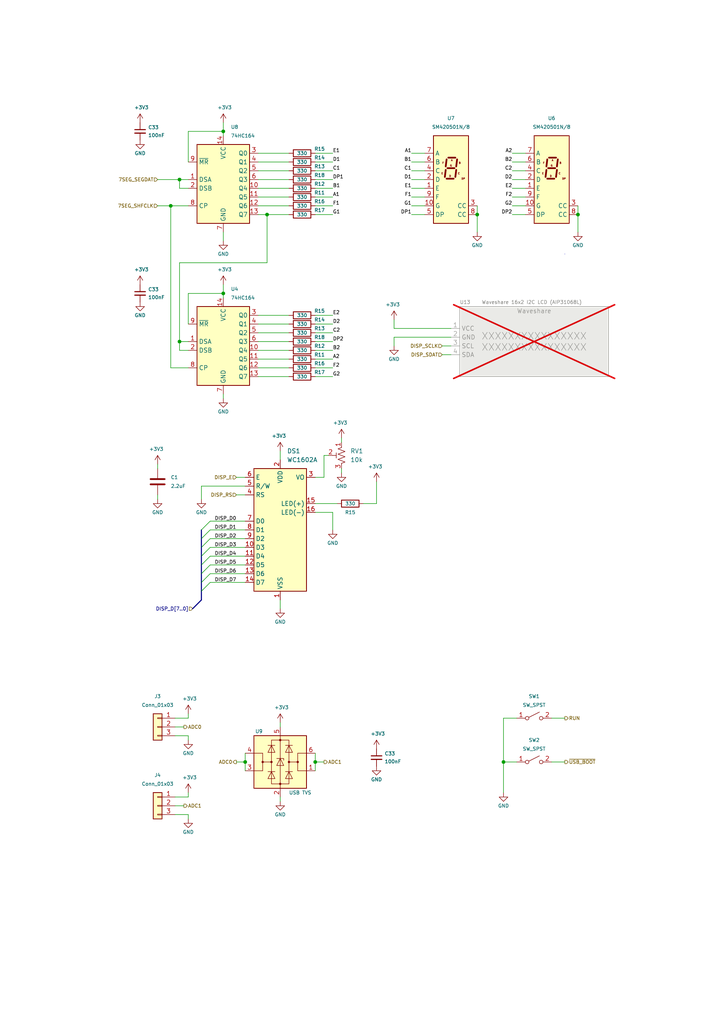
<source format=kicad_sch>
(kicad_sch (version 20230121) (generator eeschema)
  (paper "A4" portrait)
  (title_block (title "Dedicated HW for picoX7") (date "2025-02-04") (rev "0.1.0a") (company "https://github.com/GeorgeRudolf/picoX7"))
  (lib_symbols
    (symbol "74xx:74HCT164"
      (property "Reference" "U" (at 1.905 -13.97 0))
      (property "Value" "74HCT164" (at 1.905 -16.51 0))
      (symbol "74HCT164_0_1"
        (rectangle (start 7.62 10.16) (end -7.62 -12.7) (stroke (width 0.254)) (fill (type background)))
      )
      (symbol "74HCT164_1_1"
        (pin input line (at -10.16 0 0) (length 2.54) (name "DSA") (number "1"))
        (pin output line (at 10.16 -2.54 180) (length 2.54) (name "Q4") (number "10"))
        (pin output line (at 10.16 -5.08 180) (length 2.54) (name "Q5") (number "11"))
        (pin output line (at 10.16 -7.62 180) (length 2.54) (name "Q6") (number "12"))
        (pin output line (at 10.16 -10.16 180) (length 2.54) (name "Q7") (number "13"))
        (pin power_in line (at 0 12.7 270) (length 2.54) (name "VCC") (number "14"))
        (pin input line (at -10.16 -2.54 0) (length 2.54) (name "DSB") (number "2"))
        (pin output line (at 10.16 7.62 180) (length 2.54) (name "Q0") (number "3"))
        (pin output line (at 10.16 5.08 180) (length 2.54) (name "Q1") (number "4"))
        (pin output line (at 10.16 2.54 180) (length 2.54) (name "Q2") (number "5"))
        (pin output line (at 10.16 0 180) (length 2.54) (name "Q3") (number "6"))
        (pin power_in line (at 0 -15.24 90) (length 2.54) (name "GND") (number "7"))
        (pin input line (at -10.16 -7.62 0) (length 2.54) (name "CP") (number "8"))
        (pin input line (at -10.16 5.08 0) (length 2.54) (name "~{MR}") (number "9"))
      )
    )
    (symbol "Connector_Generic:Conn_01x03" (pin_names (offset 1.016) hide)
      (property "Reference" "J" (at 0 5.08 0))
      (property "Value" "Conn_01x03" (at 0 -5.08 0))
      (symbol "Conn_01x03_1_1"
        (rectangle (start -1.27 -2.413) (end 0 -2.667) (stroke (width 0.1524)))
        (rectangle (start -1.27 0.127) (end 0 -0.127) (stroke (width 0.1524)))
        (rectangle (start -1.27 2.667) (end 0 2.413) (stroke (width 0.1524)))
        (rectangle (start -1.27 3.81) (end 1.27 -3.81) (stroke (width 0.254)) (fill (type background)))
        (pin passive line (at -5.08 2.54 0) (length 3.81) (name "Pin_1") (number "1"))
        (pin passive line (at -5.08 0 0) (length 3.81) (name "Pin_2") (number "2"))
        (pin passive line (at -5.08 -2.54 0) (length 3.81) (name "Pin_3") (number "3"))
      )
    )
    (symbol "Device:C" (pin_numbers hide) (pin_names (offset 0.254))
      (property "Reference" "C" (at 0.635 2.54 0))
      (property "Value" "C" (at 0.635 -2.54 0))
      (symbol "C_0_1"
        (polyline (pts (xy -2.032 -0.762) (xy 2.032 -0.762)) (stroke (width 0.508)))
        (polyline (pts (xy -2.032 0.762) (xy 2.032 0.762)) (stroke (width 0.508)))
      )
      (symbol "C_1_1"
        (pin passive line (at 0 3.81 270) (length 2.794) (name "~") (number "1"))
        (pin passive line (at 0 -3.81 90) (length 2.794) (name "~") (number "2"))
      )
    )
    (symbol "Device:C_Small" (pin_numbers hide) (pin_names (offset 0.254) hide)
      (property "Reference" "C" (at 0.254 1.778 0))
      (property "Value" "C_Small" (at 0.254 -2.032 0))
      (symbol "C_Small_0_1"
        (polyline (pts (xy -1.524 -0.508) (xy 1.524 -0.508)) (stroke (width 0.3302)))
        (polyline (pts (xy -1.524 0.508) (xy 1.524 0.508)) (stroke (width 0.3048)))
      )
      (symbol "C_Small_1_1"
        (pin passive line (at 0 2.54 270) (length 2.032) (name "~") (number "1"))
        (pin passive line (at 0 -2.54 90) (length 2.032) (name "~") (number "2"))
      )
    )
    (symbol "Device:R" (pin_numbers hide) (pin_names (offset 0))
      (property "Reference" "R" (at 2.032 0 90))
      (property "Value" "R" (at 0 0 90))
      (symbol "R_0_1"
        (rectangle (start -1.016 -2.54) (end 1.016 2.54) (stroke (width 0.254)))
      )
      (symbol "R_1_1"
        (pin passive line (at 0 3.81 270) (length 1.27) (name "~") (number "1"))
        (pin passive line (at 0 -3.81 90) (length 1.27) (name "~") (number "2"))
      )
    )
    (symbol "Device:R_Potentiometer_Trim_US" (pin_names (offset 1.016) hide)
      (property "Reference" "RV" (at -4.445 0 90))
      (property "Value" "R_Potentiometer_Trim_US" (at -2.54 0 90))
      (symbol "R_Potentiometer_Trim_US_0_1"
        (polyline (pts (xy 0 -2.286) (xy 0 -2.54)))
        (polyline (pts (xy 0 2.286) (xy 0 2.54)))
        (polyline (pts (xy 1.524 0.762) (xy 1.524 -0.762)))
        (polyline (pts (xy 2.54 0) (xy 1.524 0)))
        (polyline (pts (xy 0 -0.762) (xy 1.016 -1.143) (xy 0 -1.524) (xy -1.016 -1.905) (xy 0 -2.286)))
        (polyline (pts (xy 0 0.762) (xy 1.016 0.381) (xy 0 0) (xy -1.016 -0.381) (xy 0 -0.762)))
        (polyline (pts (xy 0 2.286) (xy 1.016 1.905) (xy 0 1.524) (xy -1.016 1.143) (xy 0 0.762)))
      )
      (symbol "R_Potentiometer_Trim_US_1_1"
        (pin passive line (at 0 3.81 270) (length 1.27) (name "1") (number "1"))
        (pin passive line (at 3.81 0 180) (length 1.27) (name "2") (number "2"))
        (pin passive line (at 0 -3.81 90) (length 1.27) (name "3") (number "3"))
      )
    )
    (symbol "Display_Character:SM420561N"
      (property "Reference" "U" (at -2.54 13.97 0))
      (property "Value" "SM420561N" (at 1.27 13.97 0))
      (symbol "SM420561N_0_0"
        (text "A" (at 0.254 5.588 0) (effects (font (size 0.508 0.508))))
        (text "B" (at 2.54 4.826 0) (effects (font (size 0.508 0.508))))
        (text "C" (at 2.286 1.778 0) (effects (font (size 0.508 0.508))))
        (text "D" (at -0.254 1.016 0) (effects (font (size 0.508 0.508))))
        (text "DP" (at 3.556 0.254 0) (effects (font (size 0.508 0.508))))
        (text "E" (at -2.54 1.778 0) (effects (font (size 0.508 0.508))))
        (text "F" (at -2.286 4.826 0) (effects (font (size 0.508 0.508))))
        (text "G" (at 0 4.064 0) (effects (font (size 0.508 0.508))))
      )
      (symbol "SM420561N_0_1"
        (rectangle (start -5.08 12.7) (end 5.08 -12.7) (stroke (width 0.254)) (fill (type background)))
        (polyline (pts (xy -1.524 2.794) (xy -1.778 0.762)) (stroke (width 0.508)))
        (polyline (pts (xy -1.27 0.254) (xy 0.762 0.254)) (stroke (width 0.508)))
        (polyline (pts (xy -1.27 5.842) (xy -1.524 3.81)) (stroke (width 0.508)))
        (polyline (pts (xy -1.016 3.302) (xy 1.016 3.302)) (stroke (width 0.508)))
        (polyline (pts (xy -0.762 6.35) (xy 1.27 6.35)) (stroke (width 0.508)))
        (polyline (pts (xy 1.524 2.794) (xy 1.27 0.762)) (stroke (width 0.508)))
        (polyline (pts (xy 1.778 5.842) (xy 1.524 3.81)) (stroke (width 0.508)))
        (polyline (pts (xy 2.54 0.254) (xy 2.54 0.254)) (stroke (width 0.508)))
      )
      (symbol "SM420561N_1_1"
        (pin input line (at -7.62 -2.54 0) (length 2.54) (name "E") (number "1"))
        (pin input line (at -7.62 -7.62 0) (length 2.54) (name "G") (number "10"))
        (pin input line (at -7.62 0 0) (length 2.54) (name "D") (number "2"))
        (pin input line (at 7.62 -7.62 180) (length 2.54) (name "CC") (number "3"))
        (pin input line (at -7.62 2.54 0) (length 2.54) (name "C") (number "4"))
        (pin input line (at -7.62 -10.16 0) (length 2.54) (name "DP") (number "5"))
        (pin input line (at -7.62 5.08 0) (length 2.54) (name "B") (number "6"))
        (pin input line (at -7.62 7.62 0) (length 2.54) (name "A") (number "7"))
        (pin input line (at 7.62 -10.16 180) (length 2.54) (name "CC") (number "8"))
        (pin input line (at -7.62 -5.08 0) (length 2.54) (name "F") (number "9"))
      )
    )
    (symbol "Display_Character:WC1602A"
      (property "Reference" "DS" (at -5.842 19.05 0))
      (property "Value" "WC1602A" (at 5.334 19.05 0))
      (symbol "WC1602A_1_1"
        (rectangle (start -7.62 17.78) (end 7.62 -17.78) (stroke (width 0.254)) (fill (type background)))
        (pin power_in line (at 0 -20.32 90) (length 2.54) (name "VSS") (number "1"))
        (pin input line (at -10.16 -5.08 0) (length 2.54) (name "D3") (number "10"))
        (pin input line (at -10.16 -7.62 0) (length 2.54) (name "D4") (number "11"))
        (pin input line (at -10.16 -10.16 0) (length 2.54) (name "D5") (number "12"))
        (pin input line (at -10.16 -12.7 0) (length 2.54) (name "D6") (number "13"))
        (pin input line (at -10.16 -15.24 0) (length 2.54) (name "D7") (number "14"))
        (pin power_in line (at 10.16 7.62 180) (length 2.54) (name "LED(+)") (number "15"))
        (pin power_in line (at 10.16 5.08 180) (length 2.54) (name "LED(-)") (number "16"))
        (pin power_in line (at 0 20.32 270) (length 2.54) (name "VDD") (number "2"))
        (pin input line (at 10.16 15.24 180) (length 2.54) (name "VO") (number "3"))
        (pin input line (at -10.16 10.16 0) (length 2.54) (name "RS") (number "4"))
        (pin input line (at -10.16 12.7 0) (length 2.54) (name "R/W") (number "5"))
        (pin input line (at -10.16 15.24 0) (length 2.54) (name "E") (number "6"))
        (pin input line (at -10.16 2.54 0) (length 2.54) (name "D0") (number "7"))
        (pin input line (at -10.16 0 0) (length 2.54) (name "D1") (number "8"))
        (pin input line (at -10.16 -2.54 0) (length 2.54) (name "D2") (number "9"))
      )
    )
    (symbol "Power_Protection:USBLC6-2SC6" (pin_names hide)
      (property "Reference" "U" (at 2.54 8.89 0))
      (property "Value" "USBLC6-2SC6" (at 2.54 -8.89 0))
      (symbol "USBLC6-2SC6_0_1"
        (rectangle (start -7.62 -7.62) (end 7.62 7.62) (stroke (width 0.254)) (fill (type background)))
        (circle (center -5.08 0) (radius 0.254) (fill (type outline)))
        (circle (center -2.54 0) (radius 0.254) (fill (type outline)))
        (rectangle (start -2.54 6.35) (end 2.54 -6.35))
        (circle (center 0 -6.35) (radius 0.254) (fill (type outline)))
        (polyline (pts (xy -5.08 -2.54) (xy -7.62 -2.54)))
        (polyline (pts (xy -5.08 0) (xy -5.08 -2.54)))
        (polyline (pts (xy -5.08 2.54) (xy -7.62 2.54)))
        (polyline (pts (xy -1.524 -2.794) (xy -3.556 -2.794)))
        (polyline (pts (xy -1.524 4.826) (xy -3.556 4.826)))
        (polyline (pts (xy 0 -7.62) (xy 0 -6.35)))
        (polyline (pts (xy 0 -6.35) (xy 0 1.27)))
        (polyline (pts (xy 0 1.27) (xy 0 6.35)))
        (polyline (pts (xy 0 6.35) (xy 0 7.62)))
        (polyline (pts (xy 1.524 -2.794) (xy 3.556 -2.794)))
        (polyline (pts (xy 1.524 4.826) (xy 3.556 4.826)))
        (polyline (pts (xy 5.08 -2.54) (xy 7.62 -2.54)))
        (polyline (pts (xy 5.08 0) (xy 5.08 -2.54)))
        (polyline (pts (xy 5.08 2.54) (xy 7.62 2.54)))
        (polyline (pts (xy -2.54 0) (xy -5.08 0) (xy -5.08 2.54)))
        (polyline (pts (xy 2.54 0) (xy 5.08 0) (xy 5.08 2.54)))
        (polyline (pts (xy -3.556 -4.826) (xy -1.524 -4.826) (xy -2.54 -2.794) (xy -3.556 -4.826)))
        (polyline (pts (xy -3.556 2.794) (xy -1.524 2.794) (xy -2.54 4.826) (xy -3.556 2.794)))
        (polyline (pts (xy -1.016 -1.016) (xy 1.016 -1.016) (xy 0 1.016) (xy -1.016 -1.016)))
        (polyline (pts (xy 1.016 1.016) (xy 0.762 1.016) (xy -1.016 1.016) (xy -1.016 0.508)))
        (polyline (pts (xy 3.556 -4.826) (xy 1.524 -4.826) (xy 2.54 -2.794) (xy 3.556 -4.826)))
        (polyline (pts (xy 3.556 2.794) (xy 1.524 2.794) (xy 2.54 4.826) (xy 3.556 2.794)))
        (circle (center 0 6.35) (radius 0.254) (fill (type outline)))
        (circle (center 2.54 0) (radius 0.254) (fill (type outline)))
        (circle (center 5.08 0) (radius 0.254) (fill (type outline)))
      )
      (symbol "USBLC6-2SC6_1_1"
        (pin passive line (at -10.16 -2.54 0) (length 2.54) (name "I/O1") (number "1"))
        (pin passive line (at 0 -10.16 90) (length 2.54) (name "GND") (number "2"))
        (pin passive line (at 10.16 -2.54 180) (length 2.54) (name "I/O2") (number "3"))
        (pin passive line (at 10.16 2.54 180) (length 2.54) (name "I/O2") (number "4"))
        (pin passive line (at 0 10.16 270) (length 2.54) (name "VBUS") (number "5"))
        (pin passive line (at -10.16 2.54 0) (length 2.54) (name "I/O1") (number "6"))
      )
    )
    (symbol "Switch:SW_SPST" (pin_names (offset 0) hide)
      (property "Reference" "SW" (at 0 3.175 0))
      (property "Value" "SW_SPST" (at 0 -2.54 0))
      (symbol "SW_SPST_0_0"
        (circle (center -2.032 0) (radius 0.508))
        (polyline (pts (xy -1.524 0.254) (xy 1.524 1.778)))
        (circle (center 2.032 0) (radius 0.508))
      )
      (symbol "SW_SPST_1_1"
        (pin passive line (at -5.08 0 0) (length 2.54) (name "A") (number "1"))
        (pin passive line (at 5.08 0 180) (length 2.54) (name "B") (number "2"))
      )
    )
    (symbol "picoX7:Waveshare_16x2_I2C_LCD"
      (property "Reference" "U13" (at -1.27 13.97 0))
      (property "Value" "Waveshare 16x2 I2C LCD (AIP31068L)" (at -17.78 11.43 0))
      (symbol "Waveshare_16x2_I2C_LCD_0_1"
        (rectangle (start -21.59 10.16) (end 21.59 -10.16) (fill (type background)))
      )
      (symbol "Waveshare_16x2_I2C_LCD_1_0"
        (text "Waveshare" (at 0 8.89 0) (effects (font (size 1.27 1.27))))
        (text "XXXXXXXXXXXXXXXX\nXXXXXXXXXXXXXXXX" (at 0 0 0) (effects (font (size 2 2))))
      )
      (symbol "Waveshare_16x2_I2C_LCD_1_1"
        (pin power_in line (at -24.13 3.81 0) (length 2.54) (name "VCC") (number "1"))
        (pin power_in line (at -24.13 1.27 0) (length 2.54) (name "GND") (number "2"))
        (pin input line (at -24.13 -1.27 0) (length 2.54) (name "SCL") (number "3"))
        (pin input line (at -24.13 -3.81 0) (length 2.54) (name "SDA") (number "4"))
      )
    )
    (symbol "power:+3V3" (power) (pin_names (offset 0))
      (property "Value" "+3V3" (at 0 3.556 0))
      (symbol "+3V3_0_1"
        (polyline (pts (xy -0.762 1.27) (xy 0 2.54)))
        (polyline (pts (xy 0 0) (xy 0 2.54)))
        (polyline (pts (xy 0 2.54) (xy 0.762 1.27)))
      )
      (symbol "+3V3_1_1"
        (pin power_in line (at 0 0 90) (length 0) hide (name "+3V3") (number "1"))
      )
    )
    (symbol "power:GND" (power) (pin_names (offset 0))
      (property "Value" "GND" (at 0 -3.81 0))
      (symbol "GND_0_1"
        (polyline (pts (xy 0 0) (xy 0 -1.27) (xy 1.27 -1.27) (xy 0 -2.54) (xy -1.27 -1.27) (xy 0 -1.27)))
      )
      (symbol "GND_1_1"
        (pin power_in line (at 0 0 270) (length 0) hide (name "GND") (number "1"))
      )
    )
  )
  (junction (at 49.53 59.69))
  (junction (at 52.07 52.07))
  (junction (at 64.77 38.1))
  (junction (at 91.44 220.98))
  (junction (at 138.43 62.23))
  (junction (at 167.64 62.23))
  (junction (at 77.47 62.23))
  (junction (at 71.12 220.98))
  (junction (at 64.77 85.09))
  (junction (at 52.07 99.06))
  (junction (at 146.05 220.98))
  (bus_entry (at 60.96 166.37) (size -2.54 2.54))
  (bus_entry (at 60.96 168.91) (size -2.54 2.54))
  (bus_entry (at 60.96 153.67) (size -2.54 2.54))
  (bus_entry (at 60.96 163.83) (size -2.54 2.54))
  (bus_entry (at 60.96 161.29) (size -2.54 2.54))
  (bus_entry (at 60.96 156.21) (size -2.54 2.54))
  (bus_entry (at 60.96 151.13) (size -2.54 2.54))
  (bus_entry (at 60.96 158.75) (size -2.54 2.54))
  (wire (pts (xy 52.07 99.06) (xy 52.07 76.2)))
  (wire (pts (xy 45.72 134.62) (xy 45.72 135.89)))
  (wire (pts (xy 74.93 44.45) (xy 83.82 44.45)))
  (wire (pts (xy 50.8 231.14) (xy 54.61 231.14)))
  (wire (pts (xy 81.28 173.99) (xy 81.28 176.53)))
  (wire (pts (xy 64.77 67.31) (xy 64.77 69.85)))
  (wire (pts (xy 148.59 49.53) (xy 152.4 49.53)))
  (wire (pts (xy 119.38 54.61) (xy 123.19 54.61)))
  (wire (pts (xy 138.43 62.23) (xy 138.43 67.31)))
  (wire (pts (xy 54.61 93.98) (xy 54.61 85.09)))
  (wire (pts (xy 60.96 151.13) (xy 71.12 151.13)))
  (wire (pts (xy 64.77 35.56) (xy 64.77 38.1)))
  (wire (pts (xy 74.93 57.15) (xy 83.82 57.15)))
  (wire (pts (xy 54.61 101.6) (xy 52.07 101.6)))
  (wire (pts (xy 71.12 140.97) (xy 58.42 140.97)))
  (wire (pts (xy 64.77 38.1) (xy 64.77 39.37)))
  (wire (pts (xy 128.27 102.87) (xy 130.81 102.87)))
  (wire (pts (xy 54.61 208.28) (xy 54.61 207.01)))
  (wire (pts (xy 91.44 148.59) (xy 96.52 148.59)))
  (wire (pts (xy 148.59 54.61) (xy 152.4 54.61)))
  (wire (pts (xy 96.52 91.44) (xy 91.44 91.44)))
  (wire (pts (xy 96.52 46.99) (xy 91.44 46.99)))
  (bus (pts (xy 58.42 168.91) (xy 58.42 171.45)))
  (wire (pts (xy 148.59 46.99) (xy 152.4 46.99)))
  (wire (pts (xy 52.07 99.06) (xy 54.61 99.06)))
  (wire (pts (xy 53.34 233.68) (xy 50.8 233.68)))
  (bus (pts (xy 58.42 158.75) (xy 58.42 161.29)))
  (wire (pts (xy 114.3 97.79) (xy 114.3 100.33)))
  (wire (pts (xy 167.64 62.23) (xy 167.64 67.31)))
  (wire (pts (xy 148.59 57.15) (xy 152.4 57.15)))
  (wire (pts (xy 53.34 210.82) (xy 50.8 210.82)))
  (wire (pts (xy 148.59 44.45) (xy 152.4 44.45)))
  (wire (pts (xy 74.93 52.07) (xy 83.82 52.07)))
  (wire (pts (xy 54.61 213.36) (xy 54.61 214.63)))
  (wire (pts (xy 81.28 231.14) (xy 81.28 232.41)))
  (wire (pts (xy 50.8 213.36) (xy 54.61 213.36)))
  (wire (pts (xy 99.06 135.89) (xy 99.06 137.16)))
  (wire (pts (xy 148.59 52.07) (xy 152.4 52.07)))
  (wire (pts (xy 54.61 85.09) (xy 64.77 85.09)))
  (wire (pts (xy 45.72 143.51) (xy 45.72 144.78)))
  (wire (pts (xy 60.96 156.21) (xy 71.12 156.21)))
  (wire (pts (xy 64.77 85.09) (xy 64.77 86.36)))
  (wire (pts (xy 96.52 104.14) (xy 91.44 104.14)))
  (wire (pts (xy 91.44 146.05) (xy 97.79 146.05)))
  (wire (pts (xy 71.12 220.98) (xy 71.12 218.44)))
  (wire (pts (xy 64.77 82.55) (xy 64.77 85.09)))
  (wire (pts (xy 54.61 106.68) (xy 49.53 106.68)))
  (wire (pts (xy 114.3 92.71) (xy 114.3 95.25)))
  (wire (pts (xy 96.52 44.45) (xy 91.44 44.45)))
  (wire (pts (xy 146.05 208.28) (xy 149.86 208.28)))
  (wire (pts (xy 96.52 49.53) (xy 91.44 49.53)))
  (wire (pts (xy 58.42 140.97) (xy 58.42 144.78)))
  (wire (pts (xy 74.93 46.99) (xy 83.82 46.99)))
  (wire (pts (xy 96.52 54.61) (xy 91.44 54.61)))
  (wire (pts (xy 96.52 57.15) (xy 91.44 57.15)))
  (wire (pts (xy 68.58 220.98) (xy 71.12 220.98)))
  (wire (pts (xy 148.59 62.23) (xy 152.4 62.23)))
  (wire (pts (xy 105.41 146.05) (xy 109.22 146.05)))
  (wire (pts (xy 68.58 138.43) (xy 71.12 138.43)))
  (wire (pts (xy 54.61 54.61) (xy 52.07 54.61)))
  (wire (pts (xy 74.93 106.68) (xy 83.82 106.68)))
  (wire (pts (xy 77.47 62.23) (xy 77.47 76.2)))
  (wire (pts (xy 54.61 38.1) (xy 64.77 38.1)))
  (wire (pts (xy 74.93 91.44) (xy 83.82 91.44)))
  (wire (pts (xy 74.93 59.69) (xy 83.82 59.69)))
  (wire (pts (xy 96.52 148.59) (xy 96.52 153.67)))
  (wire (pts (xy 130.81 95.25) (xy 114.3 95.25)))
  (wire (pts (xy 74.93 62.23) (xy 77.47 62.23)))
  (wire (pts (xy 130.81 97.79) (xy 114.3 97.79)))
  (wire (pts (xy 119.38 59.69) (xy 123.19 59.69)))
  (wire (pts (xy 109.22 139.7) (xy 109.22 146.05)))
  (wire (pts (xy 96.52 106.68) (xy 91.44 106.68)))
  (wire (pts (xy 60.96 166.37) (xy 71.12 166.37)))
  (wire (pts (xy 60.96 163.83) (xy 71.12 163.83)))
  (wire (pts (xy 74.93 109.22) (xy 83.82 109.22)))
  (wire (pts (xy 128.27 100.33) (xy 130.81 100.33)))
  (wire (pts (xy 93.98 138.43) (xy 93.98 132.08)))
  (bus (pts (xy 58.42 171.45) (xy 58.42 173.99)))
  (wire (pts (xy 81.28 210.82) (xy 81.28 209.55)))
  (bus (pts (xy 58.42 163.83) (xy 58.42 166.37)))
  (wire (pts (xy 74.93 104.14) (xy 83.82 104.14)))
  (wire (pts (xy 52.07 54.61) (xy 52.07 52.07)))
  (wire (pts (xy 119.38 52.07) (xy 123.19 52.07)))
  (bus (pts (xy 58.42 153.67) (xy 58.42 156.21)))
  (wire (pts (xy 60.96 161.29) (xy 71.12 161.29)))
  (wire (pts (xy 96.52 99.06) (xy 91.44 99.06)))
  (wire (pts (xy 64.77 114.3) (xy 64.77 115.57)))
  (wire (pts (xy 54.61 231.14) (xy 54.61 229.87)))
  (bus (pts (xy 58.42 166.37) (xy 58.42 168.91)))
  (wire (pts (xy 119.38 49.53) (xy 123.19 49.53)))
  (wire (pts (xy 60.96 168.91) (xy 71.12 168.91)))
  (wire (pts (xy 163.83 220.98) (xy 160.02 220.98)))
  (wire (pts (xy 52.07 76.2) (xy 77.47 76.2)))
  (bus (pts (xy 58.42 156.21) (xy 58.42 158.75)))
  (wire (pts (xy 96.52 101.6) (xy 91.44 101.6)))
  (wire (pts (xy 146.05 208.28) (xy 146.05 220.98)))
  (wire (pts (xy 96.52 109.22) (xy 91.44 109.22)))
  (wire (pts (xy 49.53 59.69) (xy 54.61 59.69)))
  (wire (pts (xy 52.07 52.07) (xy 54.61 52.07)))
  (wire (pts (xy 68.58 143.51) (xy 71.12 143.51)))
  (wire (pts (xy 74.93 99.06) (xy 83.82 99.06)))
  (wire (pts (xy 119.38 44.45) (xy 123.19 44.45)))
  (wire (pts (xy 148.59 59.69) (xy 152.4 59.69)))
  (wire (pts (xy 96.52 62.23) (xy 91.44 62.23)))
  (wire (pts (xy 54.61 46.99) (xy 54.61 38.1)))
  (wire (pts (xy 96.52 93.98) (xy 91.44 93.98)))
  (wire (pts (xy 96.52 96.52) (xy 91.44 96.52)))
  (wire (pts (xy 74.93 54.61) (xy 83.82 54.61)))
  (bus (pts (xy 58.42 161.29) (xy 58.42 163.83)))
  (wire (pts (xy 71.12 223.52) (xy 71.12 220.98)))
  (wire (pts (xy 96.52 52.07) (xy 91.44 52.07)))
  (wire (pts (xy 50.8 208.28) (xy 54.61 208.28)))
  (wire (pts (xy 119.38 57.15) (xy 123.19 57.15)))
  (wire (pts (xy 74.93 93.98) (xy 83.82 93.98)))
  (wire (pts (xy 77.47 62.23) (xy 83.82 62.23)))
  (wire (pts (xy 91.44 220.98) (xy 91.44 218.44)))
  (wire (pts (xy 91.44 138.43) (xy 93.98 138.43)))
  (wire (pts (xy 138.43 59.69) (xy 138.43 62.23)))
  (wire (pts (xy 91.44 223.52) (xy 91.44 220.98)))
  (wire (pts (xy 74.93 49.53) (xy 83.82 49.53)))
  (wire (pts (xy 45.72 52.07) (xy 52.07 52.07)))
  (wire (pts (xy 60.96 158.75) (xy 71.12 158.75)))
  (wire (pts (xy 93.98 132.08) (xy 95.25 132.08)))
  (wire (pts (xy 50.8 236.22) (xy 54.61 236.22)))
  (wire (pts (xy 52.07 101.6) (xy 52.07 99.06)))
  (wire (pts (xy 74.93 96.52) (xy 83.82 96.52)))
  (wire (pts (xy 99.06 127) (xy 99.06 128.27)))
  (wire (pts (xy 60.96 153.67) (xy 71.12 153.67)))
  (wire (pts (xy 81.28 130.81) (xy 81.28 133.35)))
  (wire (pts (xy 167.64 59.69) (xy 167.64 62.23)))
  (wire (pts (xy 49.53 106.68) (xy 49.53 59.69)))
  (wire (pts (xy 74.93 101.6) (xy 83.82 101.6)))
  (bus (pts (xy 55.88 176.53) (xy 58.42 173.99)))
  (wire (pts (xy 119.38 62.23) (xy 123.19 62.23)))
  (wire (pts (xy 54.61 236.22) (xy 54.61 237.49)))
  (wire (pts (xy 149.86 220.98) (xy 146.05 220.98)))
  (wire (pts (xy 45.72 59.69) (xy 49.53 59.69)))
  (wire (pts (xy 163.83 208.28) (xy 160.02 208.28)))
  (wire (pts (xy 146.05 220.98) (xy 146.05 229.87)))
  (wire (pts (xy 93.98 220.98) (xy 91.44 220.98)))
  (wire (pts (xy 96.52 59.69) (xy 91.44 59.69)))
  (wire (pts (xy 119.38 46.99) (xy 123.19 46.99)))
  (rectangle (start 163.83 73.66) (end 163.83 73.66))
  (label "D2" (at 148.59 52.07 180) (effects (font (size 1 1))))
  (label "DISP_D7" (at 68.58 168.91 180) (effects (font (size 1 1))))
  (label "A1" (at 119.38 44.45 180) (effects (font (size 1 1))))
  (label "DISP_D3" (at 68.58 158.75 180) (effects (font (size 1 1))))
  (label "F1" (at 96.52 59.69 0) (effects (font (size 1 1))))
  (label "DISP_D6" (at 68.58 166.37 180) (effects (font (size 1 1))))
  (label "D1" (at 96.52 46.99 0) (effects (font (size 1 1))))
  (label "DISP_D1" (at 68.58 153.67 180) (effects (font (size 1 1))))
  (label "DISP_D2" (at 68.58 156.21 180) (effects (font (size 1 1))))
  (label "E2" (at 148.59 54.61 180) (effects (font (size 1 1))))
  (label "C2" (at 148.59 49.53 180) (effects (font (size 1 1))))
  (label "DP1" (at 119.38 62.23 180) (effects (font (size 1 1))))
  (label "F2" (at 148.59 57.15 180) (effects (font (size 1 1))))
  (label "DISP_D4" (at 68.58 161.29 180) (effects (font (size 1 1))))
  (label "E1" (at 119.38 54.61 180) (effects (font (size 1 1))))
  (label "G2" (at 96.52 109.22 0) (effects (font (size 1 1))))
  (label "G1" (at 119.38 59.69 180) (effects (font (size 1 1))))
  (label "D2" (at 96.52 93.98 0) (effects (font (size 1 1))))
  (label "E2" (at 96.52 91.44 0) (effects (font (size 1 1))))
  (label "DISP_D5" (at 68.58 163.83 180) (effects (font (size 1 1))))
  (label "G1" (at 96.52 62.23 0) (effects (font (size 1 1))))
  (label "E1" (at 96.52 44.45 0) (effects (font (size 1 1))))
  (label "C1" (at 119.38 49.53 180) (effects (font (size 1 1))))
  (label "DP2" (at 148.59 62.23 180) (effects (font (size 1 1))))
  (label "A2" (at 96.52 104.14 0) (effects (font (size 1 1))))
  (label "DP1" (at 96.52 52.07 0) (effects (font (size 1 1))))
  (label "A1" (at 96.52 57.15 0) (effects (font (size 1 1))))
  (label "C1" (at 96.52 49.53 0) (effects (font (size 1 1))))
  (label "D1" (at 119.38 52.07 180) (effects (font (size 1 1))))
  (label "B1" (at 96.52 54.61 0) (effects (font (size 1 1))))
  (label "G2" (at 148.59 59.69 180) (effects (font (size 1 1))))
  (label "F2" (at 96.52 106.68 0) (effects (font (size 1 1))))
  (label "B2" (at 148.59 46.99 180) (effects (font (size 1 1))))
  (label "DP2" (at 96.52 99.06 0) (effects (font (size 1 1))))
  (label "A2" (at 148.59 44.45 180) (effects (font (size 1 1))))
  (label "C2" (at 96.52 96.52 0) (effects (font (size 1 1))))
  (label "F1" (at 119.38 57.15 180) (effects (font (size 1 1))))
  (label "B2" (at 96.52 101.6 0) (effects (font (size 1 1))))
  (label "B1" (at 119.38 46.99 180) (effects (font (size 1 1))))
  (label "DISP_D0" (at 68.58 151.13 180) (effects (font (size 1 1))))
  (hierarchical_label "RUN" (shape output) (at 163.83 208.28 0) (effects (font (size 1 1))))
  (hierarchical_label "ADC1" (shape output) (at 93.98 220.98 0) (effects (font (size 1 1))))
  (hierarchical_label "DISP_SCLK" (shape input) (at 128.27 100.33 180) (effects (font (size 1 1))))
  (hierarchical_label "~{USB_BOOT}" (shape output) (at 163.83 220.98 0) (effects (font (size 1 1))))
  (hierarchical_label "ADC0" (shape output) (at 68.58 220.98 180) (effects (font (size 1 1))))
  (hierarchical_label "ADC1" (shape output) (at 53.34 233.68 0) (effects (font (size 1 1))))
  (hierarchical_label "7SEG_SHFCLK" (shape input) (at 45.72 59.69 180) (effects (font (size 1 1))))
  (hierarchical_label "DISP_SDAT" (shape input) (at 128.27 102.87 180) (effects (font (size 1 1))))
  (hierarchical_label "7SEG_SEGDAT" (shape input) (at 45.72 52.07 180) (effects (font (size 1 1))))
  (hierarchical_label "ADC0" (shape output) (at 53.34 210.82 0) (effects (font (size 1 1))))
  (hierarchical_label "DISP_RS" (shape input) (at 68.58 143.51 180) (effects (font (size 1 1))))
  (hierarchical_label "DISP_E" (shape input) (at 68.58 138.43 180) (effects (font (size 1 1))))
  (hierarchical_label "DISP_D[7..0]" (shape input) (at 55.88 176.53 180) (effects (font (size 1 1))))
  (symbol (lib_id "power:+3V3") (at 54.61 229.87 0) (unit 1)
    (property "Reference" "#PWR097" (effects hide))
    (property "Value" "+3V3" (at 54.991 225.4758 0) (effects (font (size 1 1))))
    (instances (project "gbscsi2" (path "" (reference "#PWR097") (unit 1))) (project "picoX7" (path "" (reference "#PWR026") (unit 1)) (path "" (reference "#PWR073") (unit 1)) (path "" (reference "#PWR080") (unit 1))) (project "RP2350_60QFN_minimal" (path "" (reference "#PWR0106") (unit 1))))
  )
  (symbol (lib_id "power:+3V3") (at 81.28 209.55 0) (unit 1)
    (property "Reference" "#PWR097" (effects hide))
    (property "Value" "+3V3" (at 81.661 205.1558 0) (effects (font (size 1 1))))
    (instances (project "gbscsi2" (path "" (reference "#PWR097") (unit 1))) (project "picoX7" (path "" (reference "#PWR026") (unit 1)) (path "" (reference "#PWR078") (unit 1)) (path "" (reference "#PWR082") (unit 1))) (project "RP2350_60QFN_minimal" (path "" (reference "#PWR0106") (unit 1))))
  )
  (symbol (lib_id "Power_Protection:USBLC6-2SC6") (at 81.28 220.98 0) (mirror y) (unit 1)
    (property "Reference" "U9" (at 76.2 212.09 0) (effects (font (size 1 1)) (justify left)))
    (property "Value" "USB TVS" (at 83.82 229.87 0) (effects (font (size 1 1)) (justify right)))
    (property "Footprint" "Package_TO_SOT_SMD:SOT-23-6" (effects hide))
    (property "Datasheet" "https://www.st.com/resource/en/datasheet/usblc6-2.pdf" (effects hide))
    (property "LCSC" "C2827654" (effects hide))
    (property "LCSC Part #" "C2827654" (effects hide))
    (instances (project "gbscsi2" (path "" (reference "U9") (unit 1))) (project "poe_hat_v1.4.2" (path "" (reference "U1") (unit 1))) (project "picoX7" (path "" (reference "U5") (unit 1)) (path "" (reference "U14") (unit 1))))
  )
  (symbol (lib_id "Device:R") (at 87.63 109.22 270) (mirror x) (unit 1)
    (property "Reference" "R17" (at 92.71 107.95 90) (effects (font (size 1 1))))
    (property "Value" "330" (at 87.63 109.22 90) (effects (font (size 1 1))))
    (property "Footprint" "Resistor_SMD:R_0402_1005Metric" (effects hide))
    (property "LCSC" "C25104" (effects hide))
    (property "LCSC Part #" "C25104" (effects hide))
    (instances (project "picoX7" (path "" (reference "R17") (unit 1)) (path "" (reference "R28") (unit 1))))
  )
  (symbol (lib_id "Device:R") (at 87.63 93.98 270) (mirror x) (unit 1)
    (property "Reference" "R14" (at 92.71 92.71 90) (effects (font (size 1 1))))
    (property "Value" "330" (at 87.63 93.98 90) (effects (font (size 1 1))))
    (property "Footprint" "Resistor_SMD:R_0402_1005Metric" (effects hide))
    (property "LCSC" "C25104" (effects hide))
    (property "LCSC Part #" "C25104" (effects hide))
    (instances (project "picoX7" (path "" (reference "R14") (unit 1)) (path "" (reference "R22") (unit 1))))
  )
  (symbol (lib_id "power:+3V3") (at 114.3 92.71 0) (mirror y) (unit 1)
    (property "Reference" "#PWR097" (effects hide))
    (property "Value" "+3V3" (at 113.919 88.3158 0) (effects (font (size 1 1))))
    (instances (project "gbscsi2" (path "" (reference "#PWR097") (unit 1))) (project "picoX7" (path "" (reference "#PWR026") (unit 1)) (path "" (reference "#PWR084") (unit 1))) (project "RP2350_60QFN_minimal" (path "" (reference "#PWR0106") (unit 1))))
  )
  (symbol (lib_id "power:GND") (at 96.52 153.67 0) (unit 1)
    (property "Reference" "#PWR?" (effects hide))
    (property "Value" "GND" (at 96.52 157.48 0) (effects (font (size 1 1))))
    (instances (project "ZuluSCSI-Pico-OSHW" (path "" (reference "#PWR?") (unit 1))) (project "gbscsi2" (path "" (reference "#PWR095") (unit 1))) (project "picoX7" (path "" (reference "#PWR031") (unit 1)) (path "" (reference "#PWR0100") (unit 1))) (project "power" (path "" (reference "#PWR?") (unit 1))))
  )
  (symbol (lib_id "Device:R") (at 87.63 59.69 270) (mirror x) (unit 1)
    (property "Reference" "R16" (at 92.71 58.42 90) (effects (font (size 1 1))))
    (property "Value" "330" (at 87.63 59.69 90) (effects (font (size 1 1))))
    (property "Footprint" "Resistor_SMD:R_0402_1005Metric" (effects hide))
    (property "LCSC" "C25104" (effects hide))
    (property "LCSC Part #" "C25104" (effects hide))
    (instances (project "picoX7" (path "" (reference "R16") (unit 1)) (path "" (reference "R19") (unit 1))))
  )
  (symbol (lib_id "Connector_Generic:Conn_01x03") (at 45.72 233.68 0) (mirror y) (unit 1)
    (property "Reference" "J4" (at 45.72 224.79 0) (effects (font (size 1 1))))
    (property "Value" "Conn_01x03" (at 45.72 227.33 0) (effects (font (size 1 1))))
    (property "Footprint" "Connector_PinHeader_2.54mm:PinHeader_1x03_P2.54mm_Horizontal" (effects hide))
    (property "LCSC" "N/A" (effects hide))
    (property "LCSC Part #" "N/A" (effects hide))
    (instances (project "picoX7" (path "" (reference "J4") (unit 1)) (path "" (reference "J7") (unit 1))))
  )
  (symbol (lib_id "Device:R") (at 87.63 62.23 270) (mirror x) (unit 1)
    (property "Reference" "R17" (at 92.71 60.96 90) (effects (font (size 1 1))))
    (property "Value" "330" (at 87.63 62.23 90) (effects (font (size 1 1))))
    (property "Footprint" "Resistor_SMD:R_0402_1005Metric" (effects hide))
    (property "LCSC" "C25104" (effects hide))
    (property "LCSC Part #" "C25104" (effects hide))
    (instances (project "picoX7" (path "" (reference "R17") (unit 1)) (path "" (reference "R20") (unit 1))))
  )
  (symbol (lib_id "Device:C") (at 45.72 139.7 0) (unit 1)
    (property "Reference" "C1" (at 49.53 138.43 0) (effects (font (size 1 1)) (justify left)))
    (property "Value" "2.2uF" (at 49.53 140.97 0) (effects (font (size 1 1)) (justify left)))
    (property "Footprint" "Capacitor_SMD:C_0603_1608Metric" (effects hide))
    (property "LCSC" "C23630" (effects hide))
    (property "LCSC Part #" "C23630" (effects hide))
    (instances (project "picoX7" (path "" (reference "C1") (unit 1)) (path "" (reference "C34") (unit 1)) (path "" (reference "C44") (unit 1))))
  )
  (symbol (lib_id "Connector_Generic:Conn_01x03") (at 45.72 210.82 0) (mirror y) (unit 1)
    (property "Reference" "J3" (at 45.72 201.93 0) (effects (font (size 1 1))))
    (property "Value" "Conn_01x03" (at 45.72 204.47 0) (effects (font (size 1 1))))
    (property "Footprint" "Connector_PinHeader_2.54mm:PinHeader_1x03_P2.54mm_Horizontal" (effects hide))
    (property "LCSC" "N/A" (effects hide))
    (property "LCSC Part #" "N/A" (effects hide))
    (instances (project "picoX7" (path "" (reference "J3") (unit 1)) (path "" (reference "J6") (unit 1))))
  )
  (symbol (lib_id "Display_Character:WC1602A") (at 81.28 153.67 0) (unit 1)
    (property "Reference" "DS1" (at 83.2359 130.81 0) (effects (justify left)))
    (property "Value" "WC1602A" (at 83.2359 133.35 0) (effects (justify left)))
    (property "Footprint" "Display:WC1602A" (effects hide))
    (property "Datasheet" "http://www.wincomlcd.com/pdf/WC1602A-SFYLYHTC06.pdf" (effects hide))
    (property "LCSC" "C5329588" (effects hide))
    (property "LCSC Part #" "C5329588" (effects hide))
  )
  (symbol (lib_id "power:GND") (at 64.77 115.57 0) (unit 1)
    (property "Reference" "#PWR?" (effects hide))
    (property "Value" "GND" (at 64.77 119.38 0) (effects (font (size 1 1))))
    (instances (project "ZuluSCSI-Pico-OSHW" (path "" (reference "#PWR?") (unit 1))) (project "gbscsi2" (path "" (reference "#PWR095") (unit 1))) (project "picoX7" (path "" (reference "#PWR031") (unit 1)) (path "" (reference "#PWR074") (unit 1))) (project "power" (path "" (reference "#PWR?") (unit 1))))
  )
  (symbol (lib_id "power:+3V3") (at 109.22 139.7 0) (mirror y) (unit 1)
    (property "Reference" "#PWR097" (effects hide))
    (property "Value" "+3V3" (at 108.839 135.3058 0) (effects (font (size 1 1))))
    (instances (project "gbscsi2" (path "" (reference "#PWR097") (unit 1))) (project "picoX7" (path "" (reference "#PWR026") (unit 1)) (path "" (reference "#PWR0102") (unit 1))) (project "RP2350_60QFN_minimal" (path "" (reference "#PWR0106") (unit 1))))
  )
  (symbol (lib_id "power:GND") (at 54.61 237.49 0) (unit 1)
    (property "Reference" "#PWR?" (effects hide))
    (property "Value" "GND" (at 54.61 241.3 0) (effects (font (size 1 1))))
    (instances (project "ZuluSCSI-Pico-OSHW" (path "" (reference "#PWR?") (unit 1))) (project "gbscsi2" (path "" (reference "#PWR095") (unit 1))) (project "picoX7" (path "" (reference "#PWR031") (unit 1)) (path "" (reference "#PWR071") (unit 1)) (path "" (reference "#PWR081") (unit 1))) (project "power" (path "" (reference "#PWR?") (unit 1))))
  )
  (symbol (lib_id "Device:R") (at 87.63 106.68 270) (mirror x) (unit 1)
    (property "Reference" "R16" (at 92.71 105.41 90) (effects (font (size 1 1))))
    (property "Value" "330" (at 87.63 106.68 90) (effects (font (size 1 1))))
    (property "Footprint" "Resistor_SMD:R_0402_1005Metric" (effects hide))
    (property "LCSC" "C25104" (effects hide))
    (property "LCSC Part #" "C25104" (effects hide))
    (instances (project "picoX7" (path "" (reference "R16") (unit 1)) (path "" (reference "R27") (unit 1))))
  )
  (symbol (lib_id "Display_Character:SM420561N") (at 160.02 52.07 0) (unit 1)
    (property "Reference" "U6" (at 160.02 34.29 0) (effects (font (size 1 1))))
    (property "Value" "SM420501N/8" (at 160.02 36.83 0) (effects (font (size 1 1))))
    (property "Footprint" "Display_7Segment:7SegmentLED_LTS6760_LTS6780" (effects hide))
    (property "Datasheet" "https://datasheet.lcsc.com/szlcsc/Wuxi-ARK-Tech-Elec-SM420561N_C141367.pdf" (effects hide))
    (property "LCSC" "C252201" (effects hide))
    (property "LCSC Part #" "C252201" (effects hide))
    (instances (project "picoX7" (path "" (reference "U6") (unit 1)) (path "" (reference "U12") (unit 1))))
  )
  (symbol (lib_id "power:+3V3") (at 81.28 130.81 0) (mirror y) (unit 1)
    (property "Reference" "#PWR097" (effects hide))
    (property "Value" "+3V3" (at 80.899 126.4158 0) (effects (font (size 1 1))))
    (instances (project "gbscsi2" (path "" (reference "#PWR097") (unit 1))) (project "picoX7" (path "" (reference "#PWR026") (unit 1)) (path "" (reference "#PWR0101") (unit 1))) (project "RP2350_60QFN_minimal" (path "" (reference "#PWR0106") (unit 1))))
  )
  (symbol (lib_id "power:GND") (at 81.28 232.41 0) (unit 1)
    (property "Reference" "#PWR?" (effects hide))
    (property "Value" "GND" (at 81.28 236.22 0) (effects (font (size 1 1))))
    (instances (project "ZuluSCSI-Pico-OSHW" (path "" (reference "#PWR?") (unit 1))) (project "gbscsi2" (path "" (reference "#PWR095") (unit 1))) (project "picoX7" (path "" (reference "#PWR031") (unit 1)) (path "" (reference "#PWR079") (unit 1)) (path "" (reference "#PWR083") (unit 1))) (project "power" (path "" (reference "#PWR?") (unit 1))))
  )
  (symbol (lib_id "power:+3V3") (at 64.77 35.56 0) (unit 1)
    (property "Reference" "#PWR097" (effects hide))
    (property "Value" "+3V3" (at 65.151 31.1658 0) (effects (font (size 1 1))))
    (instances (project "gbscsi2" (path "" (reference "#PWR097") (unit 1))) (project "picoX7" (path "" (reference "#PWR026") (unit 1)) (path "" (reference "#PWR071") (unit 1))) (project "RP2350_60QFN_minimal" (path "" (reference "#PWR0106") (unit 1))))
  )
  (symbol (lib_id "power:GND") (at 167.64 67.31 0) (unit 1)
    (property "Reference" "#PWR?" (effects hide))
    (property "Value" "GND" (at 167.64 71.12 0) (effects (font (size 1 1))))
    (instances (project "ZuluSCSI-Pico-OSHW" (path "" (reference "#PWR?") (unit 1))) (project "gbscsi2" (path "" (reference "#PWR095") (unit 1))) (project "picoX7" (path "" (reference "#PWR031") (unit 1)) (path "" (reference "#PWR077") (unit 1))) (project "power" (path "" (reference "#PWR?") (unit 1))))
  )
  (symbol (lib_id "Display_Character:SM420561N") (at 130.81 52.07 0) (unit 1)
    (property "Reference" "U7" (at 130.81 34.29 0) (effects (font (size 1 1))))
    (property "Value" "SM420501N/8" (at 130.81 36.83 0) (effects (font (size 1 1))))
    (property "Footprint" "Display_7Segment:7SegmentLED_LTS6760_LTS6780" (effects hide))
    (property "Datasheet" "https://datasheet.lcsc.com/szlcsc/Wuxi-ARK-Tech-Elec-SM420561N_C141367.pdf" (effects hide))
    (property "LCSC" "C252201" (effects hide))
    (property "LCSC Part #" "C252201" (effects hide))
    (instances (project "picoX7" (path "" (reference "U7") (unit 1)) (path "" (reference "U11") (unit 1))))
  )
  (symbol (lib_id "power:GND") (at 138.43 67.31 0) (unit 1)
    (property "Reference" "#PWR?" (effects hide))
    (property "Value" "GND" (at 138.43 71.12 0) (effects (font (size 1 1))))
    (instances (project "ZuluSCSI-Pico-OSHW" (path "" (reference "#PWR?") (unit 1))) (project "gbscsi2" (path "" (reference "#PWR095") (unit 1))) (project "picoX7" (path "" (reference "#PWR031") (unit 1)) (path "" (reference "#PWR075") (unit 1))) (project "power" (path "" (reference "#PWR?") (unit 1))))
  )
  (symbol (lib_id "power:+3V3") (at 40.64 82.55 0) (unit 1)
    (property "Reference" "#PWR097" (effects hide))
    (property "Value" "+3V3" (at 41.021 78.1558 0) (effects (font (size 1 1))))
    (instances (project "gbscsi2" (path "" (reference "#PWR097") (unit 1))) (project "picoX7" (path "" (reference "#PWR026") (unit 1)) (path "" (reference "#PWR037") (unit 1)) (path "" (reference "#PWR088") (unit 1))) (project "RP2350_60QFN_minimal" (path "" (reference "#PWR0106") (unit 1))))
  )
  (symbol (lib_id "power:GND") (at 109.22 222.25 0) (mirror y) (unit 1)
    (property "Reference" "#PWR089" (effects hide))
    (property "Value" "GND" (at 109.22 226.06 0) (effects (font (size 1 1))))
    (instances (project "gbscsi2" (path "" (reference "#PWR089") (unit 1))) (project "poe_hat_v1.4.2" (path "" (reference "#PWR0144") (unit 1))) (project "picoX7" (path "" (reference "#PWR038") (unit 1)) (path "" (reference "#PWR091") (unit 1))))
  )
  (symbol (lib_id "power:+3V3") (at 99.06 127 0) (mirror y) (unit 1)
    (property "Reference" "#PWR097" (effects hide))
    (property "Value" "+3V3" (at 98.679 122.6058 0) (effects (font (size 1 1))))
    (instances (project "gbscsi2" (path "" (reference "#PWR097") (unit 1))) (project "picoX7" (path "" (reference "#PWR026") (unit 1)) (path "" (reference "#PWR0105") (unit 1))) (project "RP2350_60QFN_minimal" (path "" (reference "#PWR0106") (unit 1))))
  )
  (symbol (lib_id "Device:R_Potentiometer_Trim_US") (at 99.06 132.08 0) (mirror y) (unit 1)
    (property "Reference" "RV1" (at 101.6 130.81 0) (effects (justify right)))
    (property "Value" "10k" (at 101.6 133.35 0) (effects (justify right)))
    (property "Footprint" "Potentiometer_SMD:Potentiometer_Bourns_TC33X_Vertical" (effects hide))
    (property "LCSC" "C719176" (effects hide))
    (property "LCSC Part #" "C719176" (effects hide))
  )
  (symbol (lib_id "power:+3V3") (at 45.72 134.62 0) (mirror y) (unit 1)
    (property "Reference" "#PWR097" (effects hide))
    (property "Value" "+3V3" (at 45.339 130.2258 0) (effects (font (size 1 1))))
    (instances (project "gbscsi2" (path "" (reference "#PWR097") (unit 1))) (project "picoX7" (path "" (reference "#PWR026") (unit 1)) (path "" (reference "#PWR0106") (unit 1))) (project "RP2350_60QFN_minimal" (path "" (reference "#PWR0106") (unit 1))))
  )
  (symbol (lib_id "power:GND") (at 40.64 87.63 0) (mirror y) (unit 1)
    (property "Reference" "#PWR089" (effects hide))
    (property "Value" "GND" (at 40.64 91.44 0) (effects (font (size 1 1))))
    (instances (project "gbscsi2" (path "" (reference "#PWR089") (unit 1))) (project "poe_hat_v1.4.2" (path "" (reference "#PWR0144") (unit 1))) (project "picoX7" (path "" (reference "#PWR038") (unit 1)) (path "" (reference "#PWR089") (unit 1))))
  )
  (symbol (lib_id "Switch:SW_SPST") (at 154.94 220.98 0) (unit 1)
    (property "Reference" "SW2" (at 154.94 214.63 0) (effects (font (size 1 1))))
    (property "Value" "SW_SPST" (at 154.94 217.17 0) (effects (font (size 1 1))))
    (property "Footprint" "Button_Switch_SMD:SW_SPST_TL3342" (effects hide))
    (property "LCSC" "C318884" (effects hide))
    (property "LCSC Part #" "C318884" (effects hide))
  )
  (symbol (lib_id "power:+3V3") (at 109.22 217.17 0) (unit 1)
    (property "Reference" "#PWR097" (effects hide))
    (property "Value" "+3V3" (at 109.601 212.7758 0) (effects (font (size 1 1))))
    (instances (project "gbscsi2" (path "" (reference "#PWR097") (unit 1))) (project "picoX7" (path "" (reference "#PWR026") (unit 1)) (path "" (reference "#PWR037") (unit 1)) (path "" (reference "#PWR090") (unit 1))) (project "RP2350_60QFN_minimal" (path "" (reference "#PWR0106") (unit 1))))
  )
  (symbol (lib_id "74xx:74HCT164") (at 64.77 52.07 0) (unit 1)
    (property "Reference" "U8" (at 66.9641 36.83 0) (effects (font (size 1 1)) (justify left)))
    (property "Value" "74HC164" (at 66.9641 39.37 0) (effects (font (size 1 1)) (justify left)))
    (property "Footprint" "Package_SO:TSSOP-14_4.4x5mm_P0.65mm" (effects hide))
    (property "Datasheet" "https://assets.nexperia.com/documents/data-sheet/74HC_HCT164.pdf" (effects hide))
    (property "LCSC" "C5612" (effects hide))
    (property "LCSC Part #" "C5612" (effects hide))
    (instances (project "picoX7" (path "" (reference "U8") (unit 1)) (path "" (reference "U9") (unit 1))))
  )
  (symbol (lib_id "power:GND") (at 45.72 144.78 0) (unit 1)
    (property "Reference" "#PWR?" (effects hide))
    (property "Value" "GND" (at 45.72 148.59 0) (effects (font (size 1 1))))
    (instances (project "ZuluSCSI-Pico-OSHW" (path "" (reference "#PWR?") (unit 1))) (project "gbscsi2" (path "" (reference "#PWR095") (unit 1))) (project "picoX7" (path "" (reference "#PWR031") (unit 1)) (path "" (reference "#PWR0107") (unit 1))) (project "power" (path "" (reference "#PWR?") (unit 1))))
  )
  (symbol (lib_id "Device:R") (at 87.63 49.53 270) (mirror x) (unit 1)
    (property "Reference" "R13" (at 92.71 48.26 90) (effects (font (size 1 1))))
    (property "Value" "330" (at 87.63 49.53 90) (effects (font (size 1 1))))
    (property "Footprint" "Resistor_SMD:R_0402_1005Metric" (effects hide))
    (property "LCSC" "C25104" (effects hide))
    (property "LCSC Part #" "C25104" (effects hide))
    (instances (project "picoX7" (path "" (reference "R13") (unit 1)) (path "" (reference "R15") (unit 1))))
  )
  (symbol (lib_id "power:GND") (at 54.61 214.63 0) (unit 1)
    (property "Reference" "#PWR?" (effects hide))
    (property "Value" "GND" (at 54.61 218.44 0) (effects (font (size 1 1))))
    (instances (project "ZuluSCSI-Pico-OSHW" (path "" (reference "#PWR?") (unit 1))) (project "gbscsi2" (path "" (reference "#PWR095") (unit 1))) (project "picoX7" (path "" (reference "#PWR031") (unit 1)) (path "" (reference "#PWR066") (unit 1)) (path "" (reference "#PWR079") (unit 1))) (project "power" (path "" (reference "#PWR?") (unit 1))))
  )
  (symbol (lib_id "Device:R") (at 87.63 57.15 270) (mirror x) (unit 1)
    (property "Reference" "R11" (at 92.71 55.88 90) (effects (font (size 1 1))))
    (property "Value" "330" (at 87.63 57.15 90) (effects (font (size 1 1))))
    (property "Footprint" "Resistor_SMD:R_0402_1005Metric" (effects hide))
    (property "LCSC" "C25104" (effects hide))
    (property "LCSC Part #" "C25104" (effects hide))
    (instances (project "picoX7" (path "" (reference "R11") (unit 1)) (path "" (reference "R18") (unit 1))))
  )
  (symbol (lib_id "Device:C_Small") (at 40.64 85.09 0) (unit 1)
    (property "Reference" "C33" (at 42.9768 83.9216 0) (effects (font (size 1 1)) (justify left)))
    (property "Value" "100nF" (at 42.9768 86.233 0) (effects (font (size 1 1)) (justify left)))
    (property "Footprint" "Capacitor_SMD:C_0402_1005Metric" (effects hide))
    (property "LCSC" "C307331" (effects hide))
    (property "LCSC Part #" "C307331" (effects hide))
    (instances (project "gbscsi2" (path "" (reference "C33") (unit 1))) (project "poe_hat_v1.4.2" (path "" (reference "C42") (unit 1))) (project "picoX7" (path "" (reference "C18") (unit 1)) (path "" (reference "C40") (unit 1))))
  )
  (symbol (lib_id "Device:R") (at 87.63 104.14 270) (mirror x) (unit 1)
    (property "Reference" "R11" (at 92.71 102.87 90) (effects (font (size 1 1))))
    (property "Value" "330" (at 87.63 104.14 90) (effects (font (size 1 1))))
    (property "Footprint" "Resistor_SMD:R_0402_1005Metric" (effects hide))
    (property "LCSC" "C25104" (effects hide))
    (property "LCSC Part #" "C25104" (effects hide))
    (instances (project "picoX7" (path "" (reference "R11") (unit 1)) (path "" (reference "R26") (unit 1))))
  )
  (symbol (lib_id "Device:C_Small") (at 40.64 38.1 0) (unit 1)
    (property "Reference" "C33" (at 42.9768 36.9316 0) (effects (font (size 1 1)) (justify left)))
    (property "Value" "100nF" (at 42.9768 39.243 0) (effects (font (size 1 1)) (justify left)))
    (property "Footprint" "Capacitor_SMD:C_0402_1005Metric" (effects hide))
    (property "LCSC" "C307331" (effects hide))
    (property "LCSC Part #" "C307331" (effects hide))
    (instances (project "gbscsi2" (path "" (reference "C33") (unit 1))) (project "poe_hat_v1.4.2" (path "" (reference "C42") (unit 1))) (project "picoX7" (path "" (reference "C18") (unit 1)) (path "" (reference "C39") (unit 1))))
  )
  (symbol (lib_id "power:GND") (at 40.64 40.64 0) (mirror y) (unit 1)
    (property "Reference" "#PWR089" (effects hide))
    (property "Value" "GND" (at 40.64 44.45 0) (effects (font (size 1 1))))
    (instances (project "gbscsi2" (path "" (reference "#PWR089") (unit 1))) (project "poe_hat_v1.4.2" (path "" (reference "#PWR0144") (unit 1))) (project "picoX7" (path "" (reference "#PWR038") (unit 1)) (path "" (reference "#PWR087") (unit 1))))
  )
  (symbol (lib_id "Device:R") (at 87.63 54.61 270) (mirror x) (unit 1)
    (property "Reference" "R12" (at 92.71 53.34 90) (effects (font (size 1 1))))
    (property "Value" "330" (at 87.63 54.61 90) (effects (font (size 1 1))))
    (property "Footprint" "Resistor_SMD:R_0402_1005Metric" (effects hide))
    (property "LCSC" "C25104" (effects hide))
    (property "LCSC Part #" "C25104" (effects hide))
    (instances (project "picoX7" (path "" (reference "R12") (unit 1)) (path "" (reference "R17") (unit 1))))
  )
  (symbol (lib_id "power:+3V3") (at 64.77 82.55 0) (unit 1)
    (property "Reference" "#PWR097" (effects hide))
    (property "Value" "+3V3" (at 65.151 78.1558 0) (effects (font (size 1 1))))
    (instances (project "gbscsi2" (path "" (reference "#PWR097") (unit 1))) (project "picoX7" (path "" (reference "#PWR026") (unit 1)) (path "" (reference "#PWR073") (unit 1))) (project "RP2350_60QFN_minimal" (path "" (reference "#PWR0106") (unit 1))))
  )
  (symbol (lib_id "power:GND") (at 114.3 100.33 0) (mirror y) (unit 1)
    (property "Reference" "#PWR?" (effects hide))
    (property "Value" "GND" (at 114.3 104.14 0) (effects (font (size 1 1))))
    (instances (project "ZuluSCSI-Pico-OSHW" (path "" (reference "#PWR?") (unit 1))) (project "gbscsi2" (path "" (reference "#PWR095") (unit 1))) (project "picoX7" (path "" (reference "#PWR031") (unit 1)) (path "" (reference "#PWR085") (unit 1))) (project "power" (path "" (reference "#PWR?") (unit 1))))
  )
  (symbol (lib_id "power:GND") (at 58.42 144.78 0) (unit 1)
    (property "Reference" "#PWR?" (effects hide))
    (property "Value" "GND" (at 58.42 148.59 0) (effects (font (size 1 1))))
    (instances (project "ZuluSCSI-Pico-OSHW" (path "" (reference "#PWR?") (unit 1))) (project "gbscsi2" (path "" (reference "#PWR095") (unit 1))) (project "picoX7" (path "" (reference "#PWR031") (unit 1)) (path "" (reference "#PWR0103") (unit 1))) (project "power" (path "" (reference "#PWR?") (unit 1))))
  )
  (symbol (lib_id "Device:R") (at 101.6 146.05 270) (mirror x) (unit 1)
    (property "Reference" "R15" (at 101.6 148.59 90) (effects (font (size 1 1))))
    (property "Value" "330" (at 101.6 146.05 90) (effects (font (size 1 1))))
    (property "Footprint" "Resistor_SMD:R_0402_1005Metric" (effects hide))
    (property "LCSC" "C25104" (effects hide))
    (property "LCSC Part #" "C25104" (effects hide))
    (instances (project "picoX7" (path "" (reference "R15") (unit 1)) (path "" (reference "R30") (unit 1))))
  )
  (symbol (lib_id "picoX7:Waveshare_16x2_I2C_LCD") (at 154.94 99.06 0) (unit 1) (in_bom no) (on_board no) (dnp yes)
    (property "Reference" "U13" (at 133.35 87.63 0) (effects (font (size 1 1)) (justify left)))
    (property "Value" "Waveshare 16x2 I2C LCD (AIP31068L)" (at 139.7 87.63 0) (effects (font (size 1 1)) (justify left)))
    (property "Footprint" "Connector_PinHeader_2.54mm:PinHeader_1x04_P2.54mm_Horizontal" (effects hide))
    (property "LCSC" "N/A" (effects hide))
    (property "LCSC Part #" "N/A" (effects hide))
  )
  (symbol (lib_id "Device:R") (at 87.63 96.52 270) (mirror x) (unit 1)
    (property "Reference" "R13" (at 92.71 95.25 90) (effects (font (size 1 1))))
    (property "Value" "330" (at 87.63 96.52 90) (effects (font (size 1 1))))
    (property "Footprint" "Resistor_SMD:R_0402_1005Metric" (effects hide))
    (property "LCSC" "C25104" (effects hide))
    (property "LCSC Part #" "C25104" (effects hide))
    (instances (project "picoX7" (path "" (reference "R13") (unit 1)) (path "" (reference "R23") (unit 1))))
  )
  (symbol (lib_id "Device:R") (at 87.63 99.06 270) (mirror x) (unit 1)
    (property "Reference" "R18" (at 92.71 97.79 90) (effects (font (size 1 1))))
    (property "Value" "330" (at 87.63 99.06 90) (effects (font (size 1 1))))
    (property "Footprint" "Resistor_SMD:R_0402_1005Metric" (effects hide))
    (property "LCSC" "C25104" (effects hide))
    (property "LCSC Part #" "C25104" (effects hide))
    (instances (project "picoX7" (path "" (reference "R18") (unit 1)) (path "" (reference "R24") (unit 1))))
  )
  (symbol (lib_id "Device:R") (at 87.63 46.99 270) (mirror x) (unit 1)
    (property "Reference" "R14" (at 92.71 45.72 90) (effects (font (size 1 1))))
    (property "Value" "330" (at 87.63 46.99 90) (effects (font (size 1 1))))
    (property "Footprint" "Resistor_SMD:R_0402_1005Metric" (effects hide))
    (property "LCSC" "C25104" (effects hide))
    (property "LCSC Part #" "C25104" (effects hide))
  )
  (symbol (lib_id "power:GND") (at 99.06 137.16 0) (unit 1)
    (property "Reference" "#PWR?" (effects hide))
    (property "Value" "GND" (at 99.06 140.97 0) (effects (font (size 1 1))))
    (instances (project "ZuluSCSI-Pico-OSHW" (path "" (reference "#PWR?") (unit 1))) (project "gbscsi2" (path "" (reference "#PWR095") (unit 1))) (project "picoX7" (path "" (reference "#PWR031") (unit 1)) (path "" (reference "#PWR0104") (unit 1))) (project "power" (path "" (reference "#PWR?") (unit 1))))
  )
  (symbol (lib_id "power:+3V3") (at 40.64 35.56 0) (unit 1)
    (property "Reference" "#PWR097" (effects hide))
    (property "Value" "+3V3" (at 41.021 31.1658 0) (effects (font (size 1 1))))
    (instances (project "gbscsi2" (path "" (reference "#PWR097") (unit 1))) (project "picoX7" (path "" (reference "#PWR026") (unit 1)) (path "" (reference "#PWR037") (unit 1)) (path "" (reference "#PWR086") (unit 1))) (project "RP2350_60QFN_minimal" (path "" (reference "#PWR0106") (unit 1))))
  )
  (symbol (lib_id "Device:R") (at 87.63 44.45 270) (mirror x) (unit 1)
    (property "Reference" "R15" (at 92.71 43.18 90) (effects (font (size 1 1))))
    (property "Value" "330" (at 87.63 44.45 90) (effects (font (size 1 1))))
    (property "Footprint" "Resistor_SMD:R_0402_1005Metric" (effects hide))
    (property "LCSC" "C25104" (effects hide))
    (property "LCSC Part #" "C25104" (effects hide))
    (instances (project "picoX7" (path "" (reference "R15") (unit 1)) (path "" (reference "R13") (unit 1))))
  )
  (symbol (lib_id "Device:R") (at 87.63 52.07 270) (mirror x) (unit 1)
    (property "Reference" "R18" (at 92.71 50.8 90) (effects (font (size 1 1))))
    (property "Value" "330" (at 87.63 52.07 90) (effects (font (size 1 1))))
    (property "Footprint" "Resistor_SMD:R_0402_1005Metric" (effects hide))
    (property "LCSC" "C25104" (effects hide))
    (property "LCSC Part #" "C25104" (effects hide))
    (instances (project "picoX7" (path "" (reference "R18") (unit 1)) (path "" (reference "R16") (unit 1))))
  )
  (symbol (lib_id "Device:R") (at 87.63 101.6 270) (mirror x) (unit 1)
    (property "Reference" "R12" (at 92.71 100.33 90) (effects (font (size 1 1))))
    (property "Value" "330" (at 87.63 101.6 90) (effects (font (size 1 1))))
    (property "Footprint" "Resistor_SMD:R_0402_1005Metric" (effects hide))
    (property "LCSC" "C25104" (effects hide))
    (property "LCSC Part #" "C25104" (effects hide))
    (instances (project "picoX7" (path "" (reference "R12") (unit 1)) (path "" (reference "R25") (unit 1))))
  )
  (symbol (lib_id "Device:C_Small") (at 109.22 219.71 0) (unit 1)
    (property "Reference" "C33" (at 111.5568 218.5416 0) (effects (font (size 1 1)) (justify left)))
    (property "Value" "100nF" (at 111.5568 220.853 0) (effects (font (size 1 1)) (justify left)))
    (property "Footprint" "Capacitor_SMD:C_0402_1005Metric" (effects hide))
    (property "LCSC" "C307331" (effects hide))
    (property "LCSC Part #" "C307331" (effects hide))
    (instances (project "gbscsi2" (path "" (reference "C33") (unit 1))) (project "poe_hat_v1.4.2" (path "" (reference "C42") (unit 1))) (project "picoX7" (path "" (reference "C18") (unit 1)) (path "" (reference "C41") (unit 1))))
  )
  (symbol (lib_id "Device:R") (at 87.63 91.44 270) (mirror x) (unit 1)
    (property "Reference" "R15" (at 92.71 90.17 90) (effects (font (size 1 1))))
    (property "Value" "330" (at 87.63 91.44 90) (effects (font (size 1 1))))
    (property "Footprint" "Resistor_SMD:R_0402_1005Metric" (effects hide))
    (property "LCSC" "C25104" (effects hide))
    (property "LCSC Part #" "C25104" (effects hide))
    (instances (project "picoX7" (path "" (reference "R15") (unit 1)) (path "" (reference "R21") (unit 1))))
  )
  (symbol (lib_id "power:GND") (at 81.28 176.53 0) (mirror y) (unit 1)
    (property "Reference" "#PWR?" (effects hide))
    (property "Value" "GND" (at 81.28 180.34 0) (effects (font (size 1 1))))
    (instances (project "ZuluSCSI-Pico-OSHW" (path "" (reference "#PWR?") (unit 1))) (project "gbscsi2" (path "" (reference "#PWR095") (unit 1))) (project "picoX7" (path "" (reference "#PWR031") (unit 1)) (path "" (reference "#PWR099") (unit 1))) (project "power" (path "" (reference "#PWR?") (unit 1))))
  )
  (symbol (lib_id "74xx:74HCT164") (at 64.77 99.06 0) (unit 1)
    (property "Reference" "U4" (at 66.9641 83.82 0) (effects (font (size 1 1)) (justify left)))
    (property "Value" "74HC164" (at 66.9641 86.36 0) (effects (font (size 1 1)) (justify left)))
    (property "Footprint" "Package_SO:TSSOP-14_4.4x5mm_P0.65mm" (effects hide))
    (property "Datasheet" "https://assets.nexperia.com/documents/data-sheet/74HC_HCT164.pdf" (effects hide))
    (property "LCSC" "C5612" (effects hide))
    (property "LCSC Part #" "C5612" (effects hide))
    (instances (project "picoX7" (path "" (reference "U4") (unit 1)) (path "" (reference "U10") (unit 1))))
  )
  (symbol (lib_id "Switch:SW_SPST") (at 154.94 208.28 0) (unit 1)
    (property "Reference" "SW1" (at 154.94 201.93 0) (effects (font (size 1 1))))
    (property "Value" "SW_SPST" (at 154.94 204.47 0) (effects (font (size 1 1))))
    (property "Footprint" "Button_Switch_SMD:SW_SPST_TL3342" (effects hide))
    (property "LCSC" "C318884" (effects hide))
    (property "LCSC Part #" "C318884" (effects hide))
  )
  (symbol (lib_id "power:GND") (at 64.77 69.85 0) (unit 1)
    (property "Reference" "#PWR?" (effects hide))
    (property "Value" "GND" (at 64.77 73.66 0) (effects (font (size 1 1))))
    (instances (project "ZuluSCSI-Pico-OSHW" (path "" (reference "#PWR?") (unit 1))) (project "gbscsi2" (path "" (reference "#PWR095") (unit 1))) (project "picoX7" (path "" (reference "#PWR031") (unit 1)) (path "" (reference "#PWR072") (unit 1))) (project "power" (path "" (reference "#PWR?") (unit 1))))
  )
  (symbol (lib_id "power:GND") (at 146.05 229.87 0) (unit 1)
    (property "Reference" "#PWR?" (effects hide))
    (property "Value" "GND" (at 146.05 233.68 0) (effects (font (size 1 1))))
    (instances (project "ZuluSCSI-Pico-OSHW" (path "" (reference "#PWR?") (unit 1))) (project "gbscsi2" (path "" (reference "#PWR095") (unit 1))) (project "picoX7" (path "" (reference "#PWR031") (unit 1)) (path "" (reference "#PWR076") (unit 1))) (project "power" (path "" (reference "#PWR?") (unit 1))))
  )
  (symbol (lib_id "power:+3V3") (at 54.61 207.01 0) (unit 1)
    (property "Reference" "#PWR097" (effects hide))
    (property "Value" "+3V3" (at 54.991 202.6158 0) (effects (font (size 1 1))))
    (instances (project "gbscsi2" (path "" (reference "#PWR097") (unit 1))) (project "picoX7" (path "" (reference "#PWR026") (unit 1)) (path "" (reference "#PWR072") (unit 1)) (path "" (reference "#PWR078") (unit 1))) (project "RP2350_60QFN_minimal" (path "" (reference "#PWR0106") (unit 1))))
  )
)
</source>
